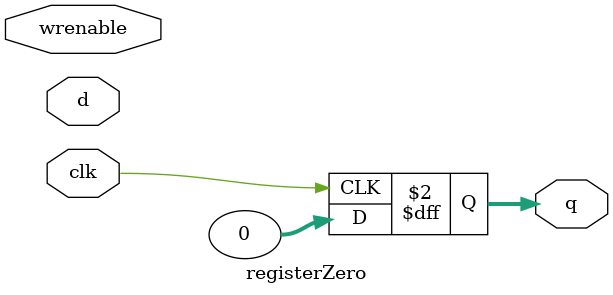
<source format=v>

module register
#(
    parameter width  = 32
)
(
	output reg[width-1:0]  	q,         // data output
	input[width-1:0] 		d,         // data input
	input	 				wrenable,  // write enable
	input       			clk        // clock
);
    always @(posedge clk) begin
        if(wrenable) begin
            q <= d;
        end
    end
endmodule

module registerZero
#(
    parameter width  = 32
)
(
    output reg[width-1:0]   q,         // data output
    input[width-1:0]        d,         // data input
    input                   wrenable,  // write enable
    input                   clk        // clock
);
    always @(posedge clk) begin
        q <= 0;
    end
endmodule
</source>
